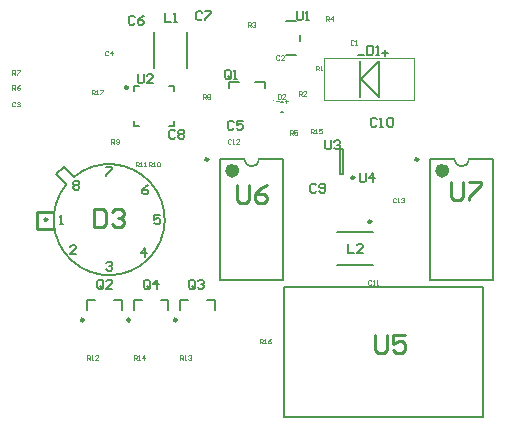
<source format=gto>
G04*
G04 #@! TF.GenerationSoftware,Altium Limited,CircuitMaker,2.2.1 (2.2.1.6)*
G04*
G04 Layer_Color=15132400*
%FSAX24Y24*%
%MOIN*%
G70*
G04*
G04 #@! TF.SameCoordinates,15A7914E-F671-45A4-99F6-4AAA3CFDCD00*
G04*
G04*
G04 #@! TF.FilePolarity,Positive*
G04*
G01*
G75*
%ADD10C,0.0098*%
%ADD11C,0.0079*%
%ADD12C,0.0236*%
%ADD13C,0.0039*%
%ADD14C,0.0100*%
%ADD15C,0.0080*%
%ADD16C,0.0025*%
%ADD17C,0.0050*%
D10*
X018593Y017750D02*
G03*
X018593Y017750I-000049J000000D01*
G01*
X021274Y022160D02*
G03*
X021274Y022160I-000049J000000D01*
G01*
X023949Y019762D02*
G03*
X023949Y019762I-000049J000000D01*
G01*
X030949D02*
G03*
X030949Y019762I-000049J000000D01*
G01*
X019801Y014406D02*
G03*
X019801Y014406I-000049J000000D01*
G01*
X021351D02*
G03*
X021351Y014406I-000049J000000D01*
G01*
X022901D02*
G03*
X022901Y014406I-000049J000000D01*
G01*
X029391Y017681D02*
G03*
X029391Y017681I-000049J000000D01*
G01*
X028823Y019149D02*
G03*
X028823Y019149I-000049J000000D01*
G01*
D11*
X019222Y018927D02*
G03*
X019473Y019178I001428J-001177D01*
G01*
X025150Y019778D02*
G03*
X025650Y019778I000250J000000D01*
G01*
X032150D02*
G03*
X032650Y019778I000250J000000D01*
G01*
X019139Y019512D02*
X019473Y019178D01*
X018888Y019261D02*
X019139Y019512D01*
X018888Y019261D02*
X019222Y018927D01*
X021481Y022052D02*
Y022219D01*
X021648D01*
X022652D02*
X022819D01*
Y022052D02*
Y022219D01*
Y020881D02*
Y021048D01*
X022652Y020881D02*
X022819D01*
X021481D02*
Y021048D01*
Y020881D02*
X021648D01*
X024357Y015722D02*
X026443D01*
X025650Y019778D02*
X026443D01*
X024357D02*
X025150D01*
X026443Y015722D02*
Y019778D01*
X024357Y015722D02*
Y019778D01*
X031357Y015722D02*
Y019778D01*
X033443Y015722D02*
Y019778D01*
X031357D02*
X032150D01*
X032650D02*
X033443D01*
X031357Y015722D02*
X033443D01*
X023251Y022790D02*
Y024010D01*
X022149Y022790D02*
Y024010D01*
X025526Y022326D02*
X025860D01*
Y022129D02*
Y022326D01*
X024640D02*
X024974D01*
X024640Y022129D02*
Y022326D01*
X026371Y021343D02*
X026429D01*
X026371Y021657D02*
X026429D01*
X029050Y022450D02*
X029650Y021850D01*
Y023050D01*
X029050Y022450D02*
X029650Y023050D01*
X029000Y021850D02*
Y023050D01*
X020815Y015056D02*
X021075D01*
Y014735D02*
Y015056D01*
X019925D02*
X020185D01*
X019925Y014735D02*
Y015056D01*
X021475Y014735D02*
Y015056D01*
X021735D01*
X022625Y014735D02*
Y015056D01*
X022365D02*
X022625D01*
X023025Y014735D02*
Y015056D01*
X023285D01*
X024175Y014735D02*
Y015056D01*
X023915D02*
X024175D01*
X028240Y017351D02*
X029460D01*
X028240Y016249D02*
X029460D01*
X028341Y019287D02*
Y020113D01*
X028459Y019287D02*
Y020113D01*
X028341D02*
X028459D01*
X028341Y019287D02*
X028459D01*
D12*
X024869Y019384D02*
G03*
X024869Y019384I-000118J000000D01*
G01*
X031869D02*
G03*
X031869Y019384I-000118J000000D01*
G01*
D13*
X026144Y021736D02*
G03*
X026144Y021736I-000020J000000D01*
G01*
X027800Y021750D02*
Y023150D01*
Y021750D02*
X030800D01*
Y023150D01*
X027800D02*
X030800D01*
D14*
X018250Y017450D02*
X018800D01*
X018250Y018000D02*
X018750D01*
X018250Y017450D02*
Y018000D01*
X032050Y019000D02*
Y018500D01*
X032150Y018400D01*
X032350D01*
X032450Y018500D01*
Y019000D01*
X032650D02*
X033050D01*
Y018900D01*
X032650Y018500D01*
Y018400D01*
X024900Y018900D02*
Y018400D01*
X025000Y018300D01*
X025200D01*
X025300Y018400D01*
Y018900D01*
X025900D02*
X025700Y018800D01*
X025500Y018600D01*
Y018400D01*
X025600Y018300D01*
X025800D01*
X025900Y018400D01*
Y018500D01*
X025800Y018600D01*
X025500D01*
X029500Y013900D02*
Y013400D01*
X029600Y013300D01*
X029800D01*
X029900Y013400D01*
Y013900D01*
X030500D02*
X030100D01*
Y013600D01*
X030300Y013700D01*
X030400D01*
X030500Y013600D01*
Y013400D01*
X030400Y013300D01*
X030200D01*
X030100Y013400D01*
X020150Y018100D02*
Y017500D01*
X020450D01*
X020550Y017600D01*
Y018000D01*
X020450Y018100D01*
X020150D01*
X020750Y018000D02*
X020850Y018100D01*
X021050D01*
X021150Y018000D01*
Y017900D01*
X021050Y017800D01*
X020950D01*
X021050D01*
X021150Y017700D01*
Y017600D01*
X021050Y017500D01*
X020850D01*
X020750Y017600D01*
D15*
X026473Y015515D02*
X033127D01*
Y011185D02*
Y015515D01*
X026473Y011185D02*
X033127D01*
X026473D02*
Y015515D01*
X027019Y023694D02*
Y023906D01*
X026531Y024360D02*
X026869D01*
X026531Y023240D02*
X026869D01*
D16*
X026200Y021700D02*
X026300D01*
X026500D02*
X026600D01*
X026550Y021750D02*
Y021650D01*
X026675Y020575D02*
Y020725D01*
X026750D01*
X026775Y020700D01*
Y020650D01*
X026750Y020625D01*
X026675D01*
X026725D02*
X026775Y020575D01*
X026925Y020725D02*
X026825D01*
Y020650D01*
X026875Y020675D01*
X026900D01*
X026925Y020650D01*
Y020600D01*
X026900Y020575D01*
X026850D01*
X026825Y020600D01*
X020063Y021925D02*
Y022075D01*
X020138D01*
X020163Y022050D01*
Y022000D01*
X020138Y021975D01*
X020063D01*
X020113D02*
X020163Y021925D01*
X020213D02*
X020262D01*
X020238D01*
Y022075D01*
X020213Y022050D01*
X020337Y022075D02*
X020437D01*
Y022050D01*
X020337Y021950D01*
Y021925D01*
X025663Y013625D02*
Y013775D01*
X025738D01*
X025763Y013750D01*
Y013700D01*
X025738Y013675D01*
X025663D01*
X025713D02*
X025763Y013625D01*
X025813D02*
X025863D01*
X025838D01*
Y013775D01*
X025813Y013750D01*
X026037Y013775D02*
X025987Y013750D01*
X025937Y013700D01*
Y013650D01*
X025962Y013625D01*
X026012D01*
X026037Y013650D01*
Y013675D01*
X026012Y013700D01*
X025937D01*
X027363Y020625D02*
Y020775D01*
X027438D01*
X027463Y020750D01*
Y020700D01*
X027438Y020675D01*
X027363D01*
X027413D02*
X027463Y020625D01*
X027513D02*
X027562D01*
X027538D01*
Y020775D01*
X027513Y020750D01*
X027737Y020775D02*
X027637D01*
Y020700D01*
X027687Y020725D01*
X027712D01*
X027737Y020700D01*
Y020650D01*
X027712Y020625D01*
X027662D01*
X027637Y020650D01*
X021463Y013075D02*
Y013225D01*
X021538D01*
X021563Y013200D01*
Y013150D01*
X021538Y013125D01*
X021463D01*
X021513D02*
X021563Y013075D01*
X021613D02*
X021662D01*
X021637D01*
Y013225D01*
X021613Y013200D01*
X021812Y013075D02*
Y013225D01*
X021737Y013150D01*
X021837D01*
X023013Y013075D02*
Y013225D01*
X023088D01*
X023113Y013200D01*
Y013150D01*
X023088Y013125D01*
X023013D01*
X023063D02*
X023113Y013075D01*
X023163D02*
X023212D01*
X023187D01*
Y013225D01*
X023163Y013200D01*
X023287D02*
X023312Y013225D01*
X023362D01*
X023387Y013200D01*
Y013175D01*
X023362Y013150D01*
X023337D01*
X023362D01*
X023387Y013125D01*
Y013100D01*
X023362Y013075D01*
X023312D01*
X023287Y013100D01*
X019913Y013075D02*
Y013225D01*
X019988D01*
X020013Y013200D01*
Y013150D01*
X019988Y013125D01*
X019913D01*
X019963D02*
X020013Y013075D01*
X020063D02*
X020113D01*
X020087D01*
Y013225D01*
X020063Y013200D01*
X020287Y013075D02*
X020187D01*
X020287Y013175D01*
Y013200D01*
X020262Y013225D01*
X020212D01*
X020187Y013200D01*
X021538Y019525D02*
Y019675D01*
X021613D01*
X021638Y019650D01*
Y019600D01*
X021613Y019575D01*
X021538D01*
X021588D02*
X021638Y019525D01*
X021688D02*
X021737D01*
X021713D01*
Y019675D01*
X021688Y019650D01*
X021812Y019525D02*
X021862D01*
X021837D01*
Y019675D01*
X021812Y019650D01*
X021963Y019525D02*
Y019675D01*
X022038D01*
X022063Y019650D01*
Y019600D01*
X022038Y019575D01*
X021963D01*
X022013D02*
X022063Y019525D01*
X022113D02*
X022162D01*
X022137D01*
Y019675D01*
X022113Y019650D01*
X022237D02*
X022262Y019675D01*
X022312D01*
X022337Y019650D01*
Y019550D01*
X022312Y019525D01*
X022262D01*
X022237Y019550D01*
Y019650D01*
X020725Y020275D02*
Y020425D01*
X020800D01*
X020825Y020400D01*
Y020350D01*
X020800Y020325D01*
X020725D01*
X020775D02*
X020825Y020275D01*
X020875Y020300D02*
X020900Y020275D01*
X020950D01*
X020975Y020300D01*
Y020400D01*
X020950Y020425D01*
X020900D01*
X020875Y020400D01*
Y020375D01*
X020900Y020350D01*
X020975D01*
X023775Y021775D02*
Y021925D01*
X023850D01*
X023875Y021900D01*
Y021850D01*
X023850Y021825D01*
X023775D01*
X023825D02*
X023875Y021775D01*
X023925Y021900D02*
X023950Y021925D01*
X024000D01*
X024025Y021900D01*
Y021875D01*
X024000Y021850D01*
X024025Y021825D01*
Y021800D01*
X024000Y021775D01*
X023950D01*
X023925Y021800D01*
Y021825D01*
X023950Y021850D01*
X023925Y021875D01*
Y021900D01*
X023950Y021850D02*
X024000D01*
X017425Y022575D02*
Y022725D01*
X017500D01*
X017525Y022700D01*
Y022650D01*
X017500Y022625D01*
X017425D01*
X017475D02*
X017525Y022575D01*
X017575Y022725D02*
X017675D01*
Y022700D01*
X017575Y022600D01*
Y022575D01*
X017425Y022075D02*
Y022225D01*
X017500D01*
X017525Y022200D01*
Y022150D01*
X017500Y022125D01*
X017425D01*
X017475D02*
X017525Y022075D01*
X017675Y022225D02*
X017625Y022200D01*
X017575Y022150D01*
Y022100D01*
X017600Y022075D01*
X017650D01*
X017675Y022100D01*
Y022125D01*
X017650Y022150D01*
X017575D01*
X027875Y024375D02*
Y024525D01*
X027950D01*
X027975Y024500D01*
Y024450D01*
X027950Y024425D01*
X027875D01*
X027925D02*
X027975Y024375D01*
X028100D02*
Y024525D01*
X028025Y024450D01*
X028125D01*
X025275Y024175D02*
Y024325D01*
X025350D01*
X025375Y024300D01*
Y024250D01*
X025350Y024225D01*
X025275D01*
X025325D02*
X025375Y024175D01*
X025425Y024300D02*
X025450Y024325D01*
X025500D01*
X025525Y024300D01*
Y024275D01*
X025500Y024250D01*
X025475D01*
X025500D01*
X025525Y024225D01*
Y024200D01*
X025500Y024175D01*
X025450D01*
X025425Y024200D01*
X026975Y021875D02*
Y022025D01*
X027050D01*
X027075Y022000D01*
Y021950D01*
X027050Y021925D01*
X026975D01*
X027025D02*
X027075Y021875D01*
X027225D02*
X027125D01*
X027225Y021975D01*
Y022000D01*
X027200Y022025D01*
X027150D01*
X027125Y022000D01*
X027550Y022725D02*
Y022875D01*
X027625D01*
X027650Y022850D01*
Y022800D01*
X027625Y022775D01*
X027550D01*
X027600D02*
X027650Y022725D01*
X027700D02*
X027750D01*
X027725D01*
Y022875D01*
X027700Y022850D01*
X026275Y021925D02*
Y021775D01*
X026350D01*
X026375Y021800D01*
Y021900D01*
X026350Y021925D01*
X026275D01*
X026525Y021775D02*
X026425D01*
X026525Y021875D01*
Y021900D01*
X026500Y021925D01*
X026450D01*
X026425Y021900D01*
X030213Y018450D02*
X030188Y018475D01*
X030138D01*
X030113Y018450D01*
Y018350D01*
X030138Y018325D01*
X030188D01*
X030213Y018350D01*
X030263Y018325D02*
X030312D01*
X030287D01*
Y018475D01*
X030263Y018450D01*
X030387D02*
X030412Y018475D01*
X030462D01*
X030487Y018450D01*
Y018425D01*
X030462Y018400D01*
X030437D01*
X030462D01*
X030487Y018375D01*
Y018350D01*
X030462Y018325D01*
X030412D01*
X030387Y018350D01*
X024713Y020400D02*
X024688Y020425D01*
X024638D01*
X024613Y020400D01*
Y020300D01*
X024638Y020275D01*
X024688D01*
X024713Y020300D01*
X024763Y020275D02*
X024813D01*
X024787D01*
Y020425D01*
X024763Y020400D01*
X024987Y020275D02*
X024887D01*
X024987Y020375D01*
Y020400D01*
X024962Y020425D01*
X024912D01*
X024887Y020400D01*
X029388Y015700D02*
X029363Y015725D01*
X029313D01*
X029288Y015700D01*
Y015600D01*
X029313Y015575D01*
X029363D01*
X029388Y015600D01*
X029437Y015575D02*
X029487D01*
X029462D01*
Y015725D01*
X029437Y015700D01*
X029562Y015575D02*
X029612D01*
X029587D01*
Y015725D01*
X029562Y015700D01*
X020625Y023350D02*
X020600Y023375D01*
X020550D01*
X020525Y023350D01*
Y023250D01*
X020550Y023225D01*
X020600D01*
X020625Y023250D01*
X020750Y023225D02*
Y023375D01*
X020675Y023300D01*
X020775D01*
X017525Y021650D02*
X017500Y021675D01*
X017450D01*
X017425Y021650D01*
Y021550D01*
X017450Y021525D01*
X017500D01*
X017525Y021550D01*
X017575Y021650D02*
X017600Y021675D01*
X017650D01*
X017675Y021650D01*
Y021625D01*
X017650Y021600D01*
X017625D01*
X017650D01*
X017675Y021575D01*
Y021550D01*
X017650Y021525D01*
X017600D01*
X017575Y021550D01*
X026325Y023200D02*
X026300Y023225D01*
X026250D01*
X026225Y023200D01*
Y023100D01*
X026250Y023075D01*
X026300D01*
X026325Y023100D01*
X026475Y023075D02*
X026375D01*
X026475Y023175D01*
Y023200D01*
X026450Y023225D01*
X026400D01*
X026375Y023200D01*
X028800Y023700D02*
X028775Y023725D01*
X028725D01*
X028700Y023700D01*
Y023600D01*
X028725Y023575D01*
X028775D01*
X028800Y023600D01*
X028850Y023575D02*
X028900D01*
X028875D01*
Y023725D01*
X028850Y023700D01*
D17*
X019450Y019000D02*
X019500Y019050D01*
X019600D01*
X019650Y019000D01*
Y018950D01*
X019600Y018900D01*
X019650Y018850D01*
Y018800D01*
X019600Y018750D01*
X019500D01*
X019450Y018800D01*
Y018850D01*
X019500Y018900D01*
X019450Y018950D01*
Y019000D01*
X019500Y018900D02*
X019600D01*
X020550Y016300D02*
X020600Y016350D01*
X020700D01*
X020750Y016300D01*
Y016250D01*
X020700Y016200D01*
X020650D01*
X020700D01*
X020750Y016150D01*
Y016100D01*
X020700Y016050D01*
X020600D01*
X020550Y016100D01*
X021950Y018900D02*
X021850Y018850D01*
X021750Y018750D01*
Y018650D01*
X021800Y018600D01*
X021900D01*
X021950Y018650D01*
Y018700D01*
X021900Y018750D01*
X021750D01*
X028950Y023250D02*
X029150D01*
X019000Y017600D02*
X019100D01*
X019050D01*
Y017900D01*
X019000Y017850D01*
X019550Y016600D02*
X019350D01*
X019550Y016800D01*
Y016850D01*
X019500Y016900D01*
X019400D01*
X019350Y016850D01*
X020550Y019500D02*
X020750D01*
Y019450D01*
X020550Y019250D01*
Y019200D01*
X022350Y017900D02*
X022150D01*
Y017750D01*
X022250Y017800D01*
X022300D01*
X022350Y017750D01*
Y017650D01*
X022300Y017600D01*
X022200D01*
X022150Y017650D01*
X021850Y016500D02*
Y016800D01*
X021700Y016650D01*
X021900D01*
X029750Y023300D02*
X029950D01*
X029850Y023400D02*
Y023200D01*
X029000Y019300D02*
Y019050D01*
X029050Y019000D01*
X029150D01*
X029200Y019050D01*
Y019300D01*
X029450Y019000D02*
Y019300D01*
X029300Y019150D01*
X029500D01*
X027850Y020400D02*
Y020150D01*
X027900Y020100D01*
X028000D01*
X028050Y020150D01*
Y020400D01*
X028150Y020350D02*
X028200Y020400D01*
X028300D01*
X028350Y020350D01*
Y020300D01*
X028300Y020250D01*
X028250D01*
X028300D01*
X028350Y020200D01*
Y020150D01*
X028300Y020100D01*
X028200D01*
X028150Y020150D01*
X021600Y022600D02*
Y022350D01*
X021650Y022300D01*
X021750D01*
X021800Y022350D01*
Y022600D01*
X022100Y022300D02*
X021900D01*
X022100Y022500D01*
Y022550D01*
X022050Y022600D01*
X021950D01*
X021900Y022550D01*
X026900Y024700D02*
Y024450D01*
X026950Y024400D01*
X027050D01*
X027100Y024450D01*
Y024700D01*
X027200Y024400D02*
X027300D01*
X027250D01*
Y024700D01*
X027200Y024650D01*
X022000Y015500D02*
Y015700D01*
X021950Y015750D01*
X021850D01*
X021800Y015700D01*
Y015500D01*
X021850Y015450D01*
X021950D01*
X021900Y015550D02*
X022000Y015450D01*
X021950D02*
X022000Y015500D01*
X022250Y015450D02*
Y015750D01*
X022100Y015600D01*
X022300D01*
X023500Y015500D02*
Y015700D01*
X023450Y015750D01*
X023350D01*
X023300Y015700D01*
Y015500D01*
X023350Y015450D01*
X023450D01*
X023400Y015550D02*
X023500Y015450D01*
X023450D02*
X023500Y015500D01*
X023600Y015700D02*
X023650Y015750D01*
X023750D01*
X023800Y015700D01*
Y015650D01*
X023750Y015600D01*
X023700D01*
X023750D01*
X023800Y015550D01*
Y015500D01*
X023750Y015450D01*
X023650D01*
X023600Y015500D01*
X020450D02*
Y015700D01*
X020400Y015750D01*
X020300D01*
X020250Y015700D01*
Y015500D01*
X020300Y015450D01*
X020400D01*
X020350Y015550D02*
X020450Y015450D01*
X020400D02*
X020450Y015500D01*
X020750Y015450D02*
X020550D01*
X020750Y015650D01*
Y015700D01*
X020700Y015750D01*
X020600D01*
X020550Y015700D01*
X024700Y022500D02*
Y022700D01*
X024650Y022750D01*
X024550D01*
X024500Y022700D01*
Y022500D01*
X024550Y022450D01*
X024650D01*
X024600Y022550D02*
X024700Y022450D01*
X024650D02*
X024700Y022500D01*
X024800Y022450D02*
X024900D01*
X024850D01*
Y022750D01*
X024800Y022700D01*
X028600Y016950D02*
Y016650D01*
X028800D01*
X029100D02*
X028900D01*
X029100Y016850D01*
Y016900D01*
X029050Y016950D01*
X028950D01*
X028900Y016900D01*
X022500Y024650D02*
Y024350D01*
X022700D01*
X022800D02*
X022900D01*
X022850D01*
Y024650D01*
X022800Y024600D01*
X029250Y023550D02*
Y023250D01*
X029400D01*
X029450Y023300D01*
Y023500D01*
X029400Y023550D01*
X029250D01*
X029550Y023250D02*
X029650D01*
X029600D01*
Y023550D01*
X029550Y023500D01*
X029575Y021100D02*
X029525Y021150D01*
X029425D01*
X029375Y021100D01*
Y020900D01*
X029425Y020850D01*
X029525D01*
X029575Y020900D01*
X029675Y020850D02*
X029775D01*
X029725D01*
Y021150D01*
X029675Y021100D01*
X029925D02*
X029975Y021150D01*
X030075D01*
X030125Y021100D01*
Y020900D01*
X030075Y020850D01*
X029975D01*
X029925Y020900D01*
Y021100D01*
X027550Y018900D02*
X027500Y018950D01*
X027400D01*
X027350Y018900D01*
Y018700D01*
X027400Y018650D01*
X027500D01*
X027550Y018700D01*
X027650D02*
X027700Y018650D01*
X027800D01*
X027850Y018700D01*
Y018900D01*
X027800Y018950D01*
X027700D01*
X027650Y018900D01*
Y018850D01*
X027700Y018800D01*
X027850D01*
X022850Y020700D02*
X022800Y020750D01*
X022700D01*
X022650Y020700D01*
Y020500D01*
X022700Y020450D01*
X022800D01*
X022850Y020500D01*
X022950Y020700D02*
X023000Y020750D01*
X023100D01*
X023150Y020700D01*
Y020650D01*
X023100Y020600D01*
X023150Y020550D01*
Y020500D01*
X023100Y020450D01*
X023000D01*
X022950Y020500D01*
Y020550D01*
X023000Y020600D01*
X022950Y020650D01*
Y020700D01*
X023000Y020600D02*
X023100D01*
X023750Y024650D02*
X023700Y024700D01*
X023600D01*
X023550Y024650D01*
Y024450D01*
X023600Y024400D01*
X023700D01*
X023750Y024450D01*
X023850Y024700D02*
X024050D01*
Y024650D01*
X023850Y024450D01*
Y024400D01*
X021500Y024500D02*
X021450Y024550D01*
X021350D01*
X021300Y024500D01*
Y024300D01*
X021350Y024250D01*
X021450D01*
X021500Y024300D01*
X021800Y024550D02*
X021700Y024500D01*
X021600Y024400D01*
Y024300D01*
X021650Y024250D01*
X021750D01*
X021800Y024300D01*
Y024350D01*
X021750Y024400D01*
X021600D01*
X024800Y021000D02*
X024750Y021050D01*
X024650D01*
X024600Y021000D01*
Y020800D01*
X024650Y020750D01*
X024750D01*
X024800Y020800D01*
X025100Y021050D02*
X024900D01*
Y020900D01*
X025000Y020950D01*
X025050D01*
X025100Y020900D01*
Y020800D01*
X025050Y020750D01*
X024950D01*
X024900Y020800D01*
M02*

</source>
